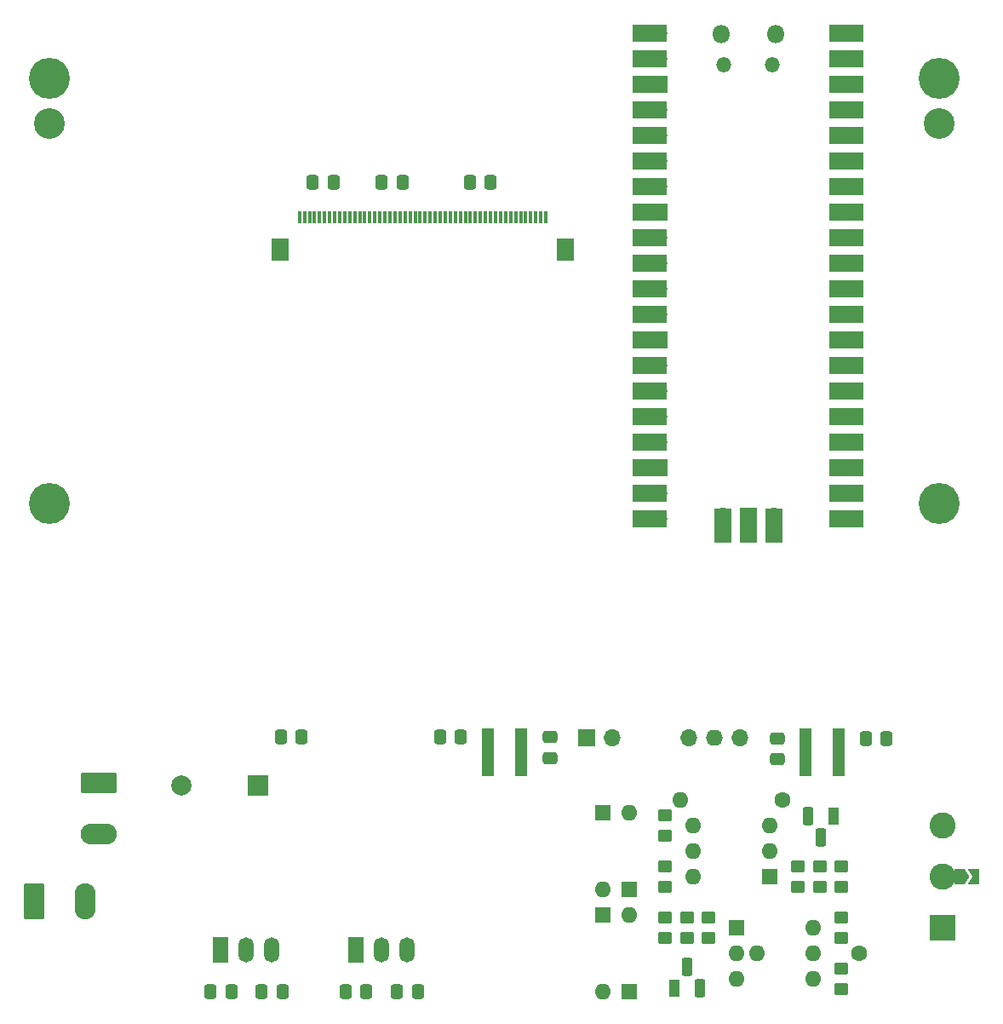
<source format=gbr>
%TF.GenerationSoftware,KiCad,Pcbnew,7.0.7*%
%TF.CreationDate,2024-10-03T14:14:53+02:00*%
%TF.ProjectId,rp2040Term_pcb Version,72703230-3430-4546-9572-6d5f70636220,rev?*%
%TF.SameCoordinates,Original*%
%TF.FileFunction,Soldermask,Top*%
%TF.FilePolarity,Negative*%
%FSLAX46Y46*%
G04 Gerber Fmt 4.6, Leading zero omitted, Abs format (unit mm)*
G04 Created by KiCad (PCBNEW 7.0.7) date 2024-10-03 14:14:53*
%MOMM*%
%LPD*%
G01*
G04 APERTURE LIST*
G04 Aperture macros list*
%AMRoundRect*
0 Rectangle with rounded corners*
0 $1 Rounding radius*
0 $2 $3 $4 $5 $6 $7 $8 $9 X,Y pos of 4 corners*
0 Add a 4 corners polygon primitive as box body*
4,1,4,$2,$3,$4,$5,$6,$7,$8,$9,$2,$3,0*
0 Add four circle primitives for the rounded corners*
1,1,$1+$1,$2,$3*
1,1,$1+$1,$4,$5*
1,1,$1+$1,$6,$7*
1,1,$1+$1,$8,$9*
0 Add four rect primitives between the rounded corners*
20,1,$1+$1,$2,$3,$4,$5,0*
20,1,$1+$1,$4,$5,$6,$7,0*
20,1,$1+$1,$6,$7,$8,$9,0*
20,1,$1+$1,$8,$9,$2,$3,0*%
%AMFreePoly0*
4,1,6,1.000000,0.000000,0.500000,-0.750000,-0.500000,-0.750000,-0.500000,0.750000,0.500000,0.750000,1.000000,0.000000,1.000000,0.000000,$1*%
%AMFreePoly1*
4,1,6,0.500000,-0.750000,-0.650000,-0.750000,-0.150000,0.000000,-0.650000,0.750000,0.500000,0.750000,0.500000,-0.750000,0.500000,-0.750000,$1*%
G04 Aperture macros list end*
%ADD10O,1.700000X1.700000*%
%ADD11O,1.700000X1.600000*%
%ADD12R,1.700000X1.700000*%
%ADD13R,1.700000X3.500000*%
%ADD14R,3.500000X1.700000*%
%ADD15O,1.800000X1.800000*%
%ADD16O,1.500000X1.500000*%
%ADD17RoundRect,0.250000X-0.450000X0.350000X-0.450000X-0.350000X0.450000X-0.350000X0.450000X0.350000X0*%
%ADD18R,1.600000X1.600000*%
%ADD19O,1.600000X1.600000*%
%ADD20R,2.000000X2.000000*%
%ADD21C,2.000000*%
%ADD22RoundRect,0.249999X-1.550001X0.790001X-1.550001X-0.790001X1.550001X-0.790001X1.550001X0.790001X0*%
%ADD23O,3.600000X2.080000*%
%ADD24RoundRect,0.250000X0.337500X0.475000X-0.337500X0.475000X-0.337500X-0.475000X0.337500X-0.475000X0*%
%ADD25C,1.600000*%
%ADD26R,1.180000X4.700000*%
%ADD27RoundRect,0.250000X-0.337500X-0.475000X0.337500X-0.475000X0.337500X0.475000X-0.337500X0.475000X0*%
%ADD28RoundRect,0.250000X0.450000X-0.350000X0.450000X0.350000X-0.450000X0.350000X-0.450000X-0.350000X0*%
%ADD29RoundRect,0.249999X-0.790001X-1.550001X0.790001X-1.550001X0.790001X1.550001X-0.790001X1.550001X0*%
%ADD30O,2.080000X3.600000*%
%ADD31R,1.500000X2.500000*%
%ADD32O,1.500000X2.500000*%
%ADD33R,1.100000X1.800000*%
%ADD34RoundRect,0.275000X-0.275000X-0.625000X0.275000X-0.625000X0.275000X0.625000X-0.275000X0.625000X0*%
%ADD35R,1.800000X2.200000*%
%ADD36C,4.064000*%
%ADD37C,3.048000*%
%ADD38R,0.300000X1.300000*%
%ADD39RoundRect,0.275000X0.275000X0.625000X-0.275000X0.625000X-0.275000X-0.625000X0.275000X-0.625000X0*%
%ADD40RoundRect,0.250000X-0.475000X0.337500X-0.475000X-0.337500X0.475000X-0.337500X0.475000X0.337500X0*%
%ADD41FreePoly0,0.000000*%
%ADD42FreePoly1,0.000000*%
%ADD43C,2.600000*%
%ADD44R,2.600000X2.600000*%
G04 APERTURE END LIST*
D10*
%TO.C,PS1*%
X101824500Y-96673500D03*
D11*
X99284500Y-96673500D03*
D10*
X96744500Y-96673500D03*
X89124500Y-96673500D03*
D12*
X86584500Y-96673500D03*
%TD*%
D13*
%TO.C,U1*%
X105156000Y-75600000D03*
D10*
X105156000Y-74700000D03*
D13*
X102616000Y-75600000D03*
D12*
X102616000Y-74700000D03*
D13*
X100076000Y-75600000D03*
D10*
X100076000Y-74700000D03*
D14*
X112406000Y-26670000D03*
D10*
X111506000Y-26670000D03*
D14*
X112406000Y-29210000D03*
D10*
X111506000Y-29210000D03*
D14*
X112406000Y-31750000D03*
D12*
X111506000Y-31750000D03*
D14*
X112406000Y-34290000D03*
D10*
X111506000Y-34290000D03*
D14*
X112406000Y-36830000D03*
D10*
X111506000Y-36830000D03*
D14*
X112406000Y-39370000D03*
D10*
X111506000Y-39370000D03*
D14*
X112406000Y-41910000D03*
D10*
X111506000Y-41910000D03*
D14*
X112406000Y-44450000D03*
D12*
X111506000Y-44450000D03*
D14*
X112406000Y-46990000D03*
D10*
X111506000Y-46990000D03*
D14*
X112406000Y-49530000D03*
D10*
X111506000Y-49530000D03*
D14*
X112406000Y-52070000D03*
D10*
X111506000Y-52070000D03*
D14*
X112406000Y-54610000D03*
D10*
X111506000Y-54610000D03*
D14*
X112406000Y-57150000D03*
D12*
X111506000Y-57150000D03*
D14*
X112406000Y-59690000D03*
D10*
X111506000Y-59690000D03*
D14*
X112406000Y-62230000D03*
D10*
X111506000Y-62230000D03*
D14*
X112406000Y-64770000D03*
D10*
X111506000Y-64770000D03*
D14*
X112406000Y-67310000D03*
D10*
X111506000Y-67310000D03*
D14*
X112406000Y-69850000D03*
D12*
X111506000Y-69850000D03*
D14*
X112406000Y-72390000D03*
D10*
X111506000Y-72390000D03*
D14*
X112406000Y-74930000D03*
D10*
X111506000Y-74930000D03*
D14*
X92826000Y-74930000D03*
D10*
X93726000Y-74930000D03*
D14*
X92826000Y-72390000D03*
D10*
X93726000Y-72390000D03*
D14*
X92826000Y-69850000D03*
D12*
X93726000Y-69850000D03*
D14*
X92826000Y-67310000D03*
D10*
X93726000Y-67310000D03*
D14*
X92826000Y-64770000D03*
D10*
X93726000Y-64770000D03*
D14*
X92826000Y-62230000D03*
D10*
X93726000Y-62230000D03*
D14*
X92826000Y-59690000D03*
D10*
X93726000Y-59690000D03*
D14*
X92826000Y-57150000D03*
D12*
X93726000Y-57150000D03*
D14*
X92826000Y-54610000D03*
D10*
X93726000Y-54610000D03*
D14*
X92826000Y-52070000D03*
D10*
X93726000Y-52070000D03*
D14*
X92826000Y-49530000D03*
D10*
X93726000Y-49530000D03*
D14*
X92826000Y-46990000D03*
D10*
X93726000Y-46990000D03*
D14*
X92826000Y-44450000D03*
D12*
X93726000Y-44450000D03*
D14*
X92826000Y-41910000D03*
D10*
X93726000Y-41910000D03*
D14*
X92826000Y-39370000D03*
D10*
X93726000Y-39370000D03*
D14*
X92826000Y-36830000D03*
D10*
X93726000Y-36830000D03*
D14*
X92826000Y-34290000D03*
D10*
X93726000Y-34290000D03*
D14*
X92826000Y-31750000D03*
D12*
X93726000Y-31750000D03*
D14*
X92826000Y-29210000D03*
D10*
X93726000Y-29210000D03*
D14*
X92826000Y-26670000D03*
D10*
X93726000Y-26670000D03*
D15*
X105341000Y-26800000D03*
D16*
X105041000Y-29830000D03*
X100191000Y-29830000D03*
D15*
X99891000Y-26800000D03*
%TD*%
D17*
%TO.C,R8*%
X107569000Y-109490000D03*
X107569000Y-111490000D03*
%TD*%
D18*
%TO.C,D3*%
X90805000Y-111760000D03*
D19*
X90805000Y-104140000D03*
%TD*%
D18*
%TO.C,D1*%
X90805000Y-121920000D03*
D19*
X90805000Y-114300000D03*
%TD*%
D20*
%TO.C,LS1*%
X53838000Y-101473000D03*
D21*
X46238000Y-101473000D03*
%TD*%
D17*
%TO.C,R1*%
X111887000Y-114570000D03*
X111887000Y-116570000D03*
%TD*%
D22*
%TO.C,J3*%
X38067500Y-101219000D03*
D23*
X38067500Y-106299000D03*
%TD*%
D24*
%TO.C,C10*%
X56282500Y-121920000D03*
X54207500Y-121920000D03*
%TD*%
D25*
%TO.C,JP2*%
X106045000Y-102870000D03*
D19*
X95885000Y-102870000D03*
%TD*%
D26*
%TO.C,L1*%
X108327000Y-98171000D03*
X111637000Y-98171000D03*
%TD*%
D27*
%TO.C,C4*%
X74908500Y-41529000D03*
X76983500Y-41529000D03*
%TD*%
D17*
%TO.C,R9*%
X94361000Y-104410000D03*
X94361000Y-106410000D03*
%TD*%
%TO.C,R3*%
X111887000Y-119650000D03*
X111887000Y-121650000D03*
%TD*%
D28*
%TO.C,R10*%
X94361000Y-111490000D03*
X94361000Y-109490000D03*
%TD*%
D27*
%TO.C,C11*%
X62568000Y-121920000D03*
X64643000Y-121920000D03*
%TD*%
%TO.C,C9*%
X49127500Y-121920000D03*
X51202500Y-121920000D03*
%TD*%
D29*
%TO.C,J2*%
X31623000Y-112935500D03*
D30*
X36703000Y-112935500D03*
%TD*%
D24*
%TO.C,C8*%
X71966000Y-96647000D03*
X74041000Y-96647000D03*
%TD*%
D31*
%TO.C,U5*%
X50145500Y-117760500D03*
D32*
X52685500Y-117760500D03*
X55225500Y-117760500D03*
%TD*%
D17*
%TO.C,R6*%
X111887000Y-109490000D03*
X111887000Y-111490000D03*
%TD*%
D27*
%TO.C,C1*%
X56112500Y-96647000D03*
X58187500Y-96647000D03*
%TD*%
D25*
%TO.C,JP1*%
X113665000Y-118110000D03*
D19*
X103505000Y-118110000D03*
%TD*%
D33*
%TO.C,Q2*%
X95238000Y-121570000D03*
D34*
X96508000Y-119500000D03*
X97778000Y-121570000D03*
%TD*%
D27*
%TO.C,C5*%
X114278500Y-96774000D03*
X116353500Y-96774000D03*
%TD*%
D19*
%TO.C,D4*%
X88138000Y-111760000D03*
D18*
X88138000Y-104140000D03*
%TD*%
D19*
%TO.C,D2*%
X88138000Y-121920000D03*
D18*
X88138000Y-114300000D03*
%TD*%
D35*
%TO.C,U2*%
X84385000Y-48208000D03*
X56085000Y-48208000D03*
D36*
X121590200Y-73441000D03*
D37*
X121590200Y-35641000D03*
D36*
X121590200Y-31141000D03*
X33090200Y-73441000D03*
D37*
X33090200Y-35641000D03*
D36*
X33090200Y-31141000D03*
D38*
X57985000Y-44958000D03*
X58485000Y-44958000D03*
X58985000Y-44958000D03*
X59485000Y-44958000D03*
X59985000Y-44958000D03*
X60485000Y-44958000D03*
X60985000Y-44958000D03*
X61485000Y-44958000D03*
X61985000Y-44958000D03*
X62485000Y-44958000D03*
X62985000Y-44958000D03*
X63485000Y-44958000D03*
X63985000Y-44958000D03*
X64485000Y-44958000D03*
X64985000Y-44958000D03*
X65485000Y-44958000D03*
X65985000Y-44958000D03*
X66485000Y-44958000D03*
X66985000Y-44958000D03*
X67485000Y-44958000D03*
X67985000Y-44958000D03*
X68485000Y-44958000D03*
X68985000Y-44958000D03*
X69485000Y-44958000D03*
X69985000Y-44958000D03*
X70485000Y-44958000D03*
X70985000Y-44958000D03*
X71485000Y-44958000D03*
X71985000Y-44958000D03*
X72485000Y-44958000D03*
X72985000Y-44958000D03*
X73485000Y-44958000D03*
X73985000Y-44958000D03*
X74485000Y-44958000D03*
X74985000Y-44958000D03*
X75485000Y-44958000D03*
X75985000Y-44958000D03*
X76485000Y-44958000D03*
X76985000Y-44958000D03*
X77485000Y-44958000D03*
X77985000Y-44958000D03*
X78485000Y-44958000D03*
X78985000Y-44958000D03*
X79485000Y-44958000D03*
X79985000Y-44958000D03*
X80485000Y-44958000D03*
X80985000Y-44958000D03*
X81485000Y-44958000D03*
X81985000Y-44958000D03*
X82485000Y-44958000D03*
%TD*%
D27*
%TO.C,C2*%
X59287500Y-41529000D03*
X61362500Y-41529000D03*
%TD*%
D33*
%TO.C,Q1*%
X111125000Y-104490000D03*
D39*
X109855000Y-106560000D03*
X108585000Y-104490000D03*
%TD*%
D31*
%TO.C,U6*%
X63607500Y-117760500D03*
D32*
X66147500Y-117760500D03*
X68687500Y-117760500D03*
%TD*%
D40*
%TO.C,C7*%
X82931000Y-98722000D03*
X82931000Y-96647000D03*
%TD*%
D17*
%TO.C,R2*%
X96520000Y-114570000D03*
X96520000Y-116570000D03*
%TD*%
D41*
%TO.C,JP3*%
X123608000Y-110490000D03*
D42*
X125058000Y-110490000D03*
%TD*%
D28*
%TO.C,R4*%
X98679000Y-116570000D03*
X98679000Y-114570000D03*
%TD*%
D24*
%TO.C,C12*%
X69744500Y-121920000D03*
X67669500Y-121920000D03*
%TD*%
D26*
%TO.C,L2*%
X76704000Y-98171000D03*
X80014000Y-98171000D03*
%TD*%
D28*
%TO.C,R5*%
X94361000Y-116570000D03*
X94361000Y-114570000D03*
%TD*%
D43*
%TO.C,J1*%
X121971000Y-105415000D03*
X121971000Y-110495000D03*
D44*
X121971000Y-115575000D03*
%TD*%
D18*
%TO.C,U4*%
X104765000Y-110475000D03*
D19*
X104765000Y-107935000D03*
X104765000Y-105395000D03*
X97145000Y-105395000D03*
X97145000Y-107935000D03*
X97145000Y-110475000D03*
%TD*%
D27*
%TO.C,C3*%
X66145500Y-41529000D03*
X68220500Y-41529000D03*
%TD*%
D17*
%TO.C,R7*%
X109728000Y-109490000D03*
X109728000Y-111490000D03*
%TD*%
D40*
%TO.C,C6*%
X105537000Y-98849000D03*
X105537000Y-96774000D03*
%TD*%
D19*
%TO.C,U3*%
X109103000Y-115585000D03*
X109103000Y-118125000D03*
X109103000Y-120665000D03*
X101483000Y-120665000D03*
X101483000Y-118125000D03*
D18*
X101483000Y-115585000D03*
%TD*%
M02*

</source>
